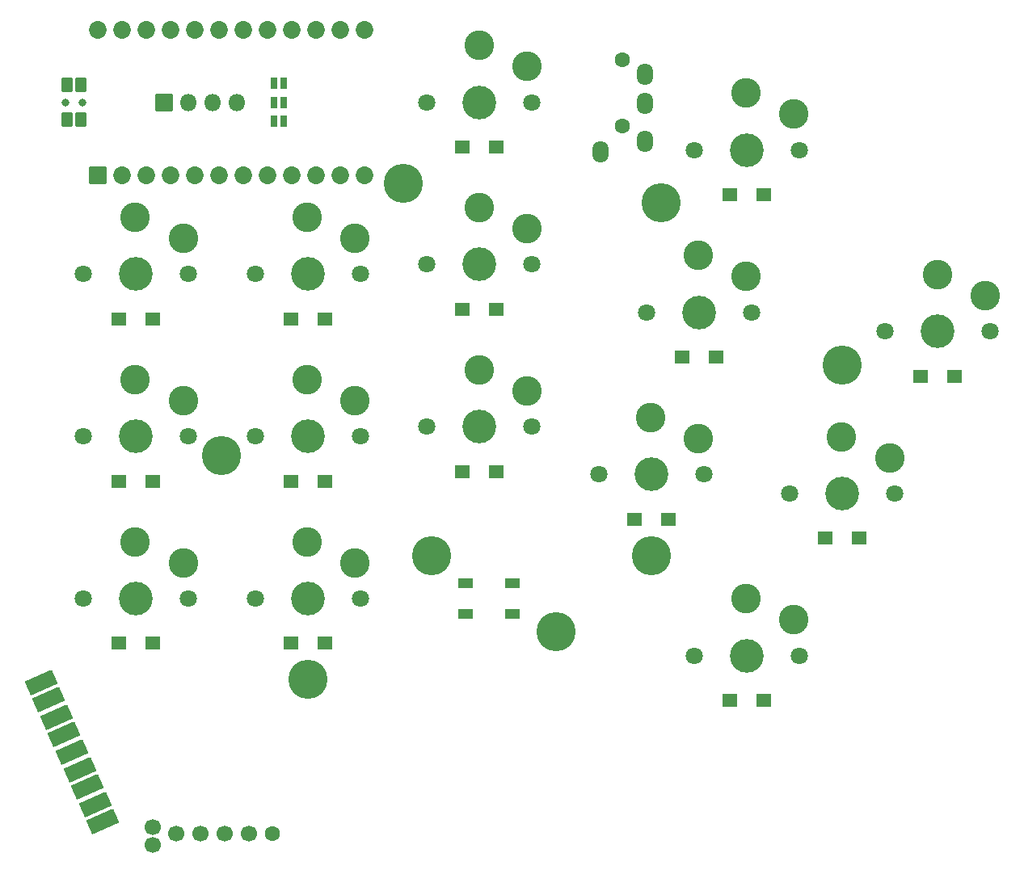
<source format=gbr>
%TF.GenerationSoftware,KiCad,Pcbnew,(6.0.7)*%
%TF.CreationDate,2022-09-08T03:04:32-04:00*%
%TF.ProjectId,right_main_routed,72696768-745f-46d6-9169-6e5f726f7574,v1.0.0*%
%TF.SameCoordinates,Original*%
%TF.FileFunction,Soldermask,Top*%
%TF.FilePolarity,Negative*%
%FSLAX46Y46*%
G04 Gerber Fmt 4.6, Leading zero omitted, Abs format (unit mm)*
G04 Created by KiCad (PCBNEW (6.0.7)) date 2022-09-08 03:04:32*
%MOMM*%
%LPD*%
G01*
G04 APERTURE LIST*
G04 Aperture macros list*
%AMRoundRect*
0 Rectangle with rounded corners*
0 $1 Rounding radius*
0 $2 $3 $4 $5 $6 $7 $8 $9 X,Y pos of 4 corners*
0 Add a 4 corners polygon primitive as box body*
4,1,4,$2,$3,$4,$5,$6,$7,$8,$9,$2,$3,0*
0 Add four circle primitives for the rounded corners*
1,1,$1+$1,$2,$3*
1,1,$1+$1,$4,$5*
1,1,$1+$1,$6,$7*
1,1,$1+$1,$8,$9*
0 Add four rect primitives between the rounded corners*
20,1,$1+$1,$2,$3,$4,$5,0*
20,1,$1+$1,$4,$5,$6,$7,0*
20,1,$1+$1,$6,$7,$8,$9,0*
20,1,$1+$1,$8,$9,$2,$3,0*%
G04 Aperture macros list end*
%ADD10C,1.600000*%
%ADD11O,1.700000X2.300000*%
%ADD12RoundRect,0.050000X-0.700000X-0.650000X0.700000X-0.650000X0.700000X0.650000X-0.700000X0.650000X0*%
%ADD13C,0.600000*%
%ADD14C,4.100000*%
%ADD15C,1.801800*%
%ADD16C,3.100000*%
%ADD17C,3.529000*%
%ADD18RoundRect,0.050000X1.066113X1.294566X-1.675321X0.076151X-1.066113X-1.294566X1.675321X-0.076151X0*%
%ADD19RoundRect,0.050000X-0.317500X-0.571500X0.317500X-0.571500X0.317500X0.571500X-0.317500X0.571500X0*%
%ADD20C,0.800000*%
%ADD21RoundRect,0.050000X-0.525000X0.700000X-0.525000X-0.700000X0.525000X-0.700000X0.525000X0.700000X0*%
%ADD22RoundRect,0.050000X0.850000X-0.850000X0.850000X0.850000X-0.850000X0.850000X-0.850000X-0.850000X0*%
%ADD23O,1.800000X1.800000*%
%ADD24C,1.700000*%
%ADD25RoundRect,0.050000X-0.876300X-0.876300X0.876300X-0.876300X0.876300X0.876300X-0.876300X0.876300X0*%
%ADD26C,1.852600*%
%ADD27RoundRect,0.050000X0.750000X0.500000X-0.750000X0.500000X-0.750000X-0.500000X0.750000X-0.500000X0*%
G04 APERTURE END LIST*
D10*
%TO.C,J1*%
X69000000Y56500000D03*
X69000000Y49500000D03*
D11*
X66700000Y46800000D03*
X71300000Y47900000D03*
X71300000Y51900000D03*
X71300000Y54900000D03*
%TD*%
D12*
%TO.C,D6*%
X37775000Y29300000D03*
X34225000Y29300000D03*
%TD*%
D13*
%TO.C,H1*%
X27000000Y13500000D03*
X25500000Y15000000D03*
X27000000Y16500000D03*
X28060000Y16060000D03*
X28060000Y13940000D03*
X25940000Y13940000D03*
X28500000Y15000000D03*
X25940000Y16060000D03*
D14*
X27000000Y15000000D03*
%TD*%
D15*
%TO.C,SW3*%
X23500000Y34000000D03*
D16*
X22950000Y37750000D03*
D17*
X18000000Y34000000D03*
D16*
X17950000Y39950000D03*
D15*
X12500000Y34000000D03*
%TD*%
D16*
%TO.C,SW10*%
X76950000Y16750000D03*
D15*
X77500000Y13000000D03*
X66500000Y13000000D03*
D16*
X71950000Y18950000D03*
D17*
X72000000Y13000000D03*
%TD*%
D16*
%TO.C,SW13*%
X86950000Y-2250000D03*
D17*
X82000000Y-6000000D03*
D16*
X81950000Y-50000D03*
D15*
X87500000Y-6000000D03*
X76500000Y-6000000D03*
%TD*%
D18*
%TO.C,J14*%
X8053131Y-8784529D03*
X8865408Y-10612152D03*
X9677685Y-12439775D03*
X10489962Y-14267398D03*
X11302239Y-16095021D03*
X12114516Y-17922644D03*
X12926793Y-19750267D03*
X13739070Y-21577890D03*
X14551347Y-23405513D03*
%TD*%
D17*
%TO.C,SW8*%
X54000000Y35000000D03*
D16*
X53950000Y40950000D03*
X58950000Y38750000D03*
D15*
X59500000Y35000000D03*
X48500000Y35000000D03*
%TD*%
D12*
%TO.C,D2*%
X19775000Y12300000D03*
X16225000Y12300000D03*
%TD*%
%TO.C,D10*%
X73775000Y8300000D03*
X70225000Y8300000D03*
%TD*%
%TO.C,D11*%
X78775000Y25300000D03*
X75225000Y25300000D03*
%TD*%
%TO.C,D9*%
X55775000Y47300000D03*
X52225000Y47300000D03*
%TD*%
D19*
%TO.C,J7*%
X32499620Y50000000D03*
X33500380Y50000000D03*
%TD*%
D12*
%TO.C,D5*%
X37775000Y12300000D03*
X34225000Y12300000D03*
%TD*%
D16*
%TO.C,SW12*%
X81950000Y52950000D03*
D15*
X76500000Y47000000D03*
D16*
X86950000Y50750000D03*
D15*
X87500000Y47000000D03*
D17*
X82000000Y47000000D03*
%TD*%
D13*
%TO.C,H13*%
X47500000Y4500000D03*
D14*
X49000000Y4500000D03*
D13*
X49000000Y3000000D03*
X49000000Y6000000D03*
X47940000Y5560000D03*
X50060000Y3440000D03*
X50500000Y4500000D03*
X50060000Y5560000D03*
X47940000Y3440000D03*
%TD*%
D20*
%TO.C,RST1*%
X12400000Y52000000D03*
X10600000Y52000000D03*
D21*
X12220000Y50200000D03*
X12220000Y53800000D03*
X10780000Y50200000D03*
X10780000Y53800000D03*
%TD*%
D12*
%TO.C,D3*%
X19775000Y29300000D03*
X16225000Y29300000D03*
%TD*%
%TO.C,D4*%
X37775000Y-4700000D03*
X34225000Y-4700000D03*
%TD*%
D19*
%TO.C,J5*%
X32499620Y54000000D03*
X33500380Y54000000D03*
%TD*%
D13*
%TO.C,H7*%
X93060000Y23440000D03*
D14*
X92000000Y24500000D03*
D13*
X92000000Y26000000D03*
X90500000Y24500000D03*
X93060000Y25560000D03*
X90940000Y25560000D03*
X93500000Y24500000D03*
X92000000Y23000000D03*
X90940000Y23440000D03*
%TD*%
D16*
%TO.C,SW2*%
X17950000Y22950000D03*
D15*
X12500000Y17000000D03*
D16*
X22950000Y20750000D03*
D17*
X18000000Y17000000D03*
D15*
X23500000Y17000000D03*
%TD*%
D12*
%TO.C,D13*%
X83775000Y-10700000D03*
X80225000Y-10700000D03*
%TD*%
%TO.C,D7*%
X55775000Y13300000D03*
X52225000Y13300000D03*
%TD*%
%TO.C,D8*%
X55775000Y30300000D03*
X52225000Y30300000D03*
%TD*%
D14*
%TO.C,H3*%
X46000000Y43500000D03*
D13*
X46000000Y42000000D03*
X47500000Y43500000D03*
X44940000Y44560000D03*
X44940000Y42440000D03*
X44500000Y43500000D03*
X46000000Y45000000D03*
X47060000Y42440000D03*
X47060000Y44560000D03*
%TD*%
D12*
%TO.C,D12*%
X83775000Y42300000D03*
X80225000Y42300000D03*
%TD*%
%TO.C,D15*%
X103775000Y23300000D03*
X100225000Y23300000D03*
%TD*%
D22*
%TO.C,J3*%
X21000000Y52000000D03*
D23*
X23540000Y52000000D03*
X26080000Y52000000D03*
X28620000Y52000000D03*
%TD*%
D16*
%TO.C,SW14*%
X91950000Y16950000D03*
D17*
X92000000Y11000000D03*
D15*
X97500000Y11000000D03*
X86500000Y11000000D03*
D16*
X96950000Y14750000D03*
%TD*%
D10*
%TO.C,S1*%
X32300000Y-24625000D03*
D24*
X22190000Y-24625000D03*
X24730000Y-24625000D03*
X27270000Y-24625000D03*
X29810000Y-24625000D03*
X19800000Y-25850000D03*
X19800000Y-24000000D03*
%TD*%
D12*
%TO.C,D1*%
X19775000Y-4700000D03*
X16225000Y-4700000D03*
%TD*%
D13*
%TO.C,H11*%
X37060000Y-9560000D03*
X36000000Y-10000000D03*
X37060000Y-7440000D03*
X34500000Y-8500000D03*
X36000000Y-7000000D03*
X37500000Y-8500000D03*
D14*
X36000000Y-8500000D03*
D13*
X34940000Y-9560000D03*
X34940000Y-7440000D03*
%TD*%
D15*
%TO.C,SW5*%
X41500000Y17000000D03*
D17*
X36000000Y17000000D03*
D16*
X40950000Y20750000D03*
X35950000Y22950000D03*
D15*
X30500000Y17000000D03*
%TD*%
D16*
%TO.C,SW9*%
X53950000Y57950000D03*
X58950000Y55750000D03*
D15*
X48500000Y52000000D03*
X59500000Y52000000D03*
D17*
X54000000Y52000000D03*
%TD*%
D19*
%TO.C,J6*%
X32499620Y52000000D03*
X33500380Y52000000D03*
%TD*%
D25*
%TO.C,U1*%
X14030000Y44380000D03*
D26*
X16570000Y44380000D03*
X19110000Y44380000D03*
X21650000Y44380000D03*
X24190000Y44380000D03*
X26730000Y44380000D03*
X29270000Y44380000D03*
X31810000Y44380000D03*
X34350000Y44380000D03*
X36890000Y44380000D03*
X39430000Y44380000D03*
X41970000Y44380000D03*
X14030000Y59620000D03*
X16570000Y59620000D03*
X19110000Y59620000D03*
X21650000Y59620000D03*
X24190000Y59620000D03*
X26730000Y59620000D03*
X29270000Y59620000D03*
X31810000Y59620000D03*
X34350000Y59620000D03*
X36890000Y59620000D03*
X39430000Y59620000D03*
X41970000Y59620000D03*
%TD*%
D17*
%TO.C,SW15*%
X102000000Y28000000D03*
D16*
X106950000Y31750000D03*
D15*
X107500000Y28000000D03*
D16*
X101950000Y33950000D03*
D15*
X96500000Y28000000D03*
%TD*%
%TO.C,SW6*%
X41500000Y34000000D03*
D17*
X36000000Y34000000D03*
D16*
X40950000Y37750000D03*
D15*
X30500000Y34000000D03*
D16*
X35950000Y39950000D03*
%TD*%
D15*
%TO.C,SW7*%
X48500000Y18000000D03*
D17*
X54000000Y18000000D03*
D16*
X53950000Y23950000D03*
D15*
X59500000Y18000000D03*
D16*
X58950000Y21750000D03*
%TD*%
D12*
%TO.C,D14*%
X93775000Y6300000D03*
X90225000Y6300000D03*
%TD*%
D27*
%TO.C,DS4*%
X57450000Y-1600000D03*
X57450000Y1600000D03*
X52550000Y1600000D03*
X52550000Y-1600000D03*
%TD*%
D13*
%TO.C,H5*%
X71500000Y41500000D03*
X74060000Y42560000D03*
X73000000Y40000000D03*
X71940000Y42560000D03*
X73000000Y43000000D03*
X71940000Y40440000D03*
X74500000Y41500000D03*
X74060000Y40440000D03*
D14*
X73000000Y41500000D03*
%TD*%
D16*
%TO.C,SW4*%
X35950000Y5950000D03*
D15*
X41500000Y0D03*
D17*
X36000000Y0D03*
D15*
X30500000Y0D03*
D16*
X40950000Y3750000D03*
%TD*%
D14*
%TO.C,H15*%
X62000000Y-3500000D03*
D13*
X62000000Y-5000000D03*
X60940000Y-2440000D03*
X62000000Y-2000000D03*
X63500000Y-3500000D03*
X63060000Y-4560000D03*
X60940000Y-4560000D03*
X63060000Y-2440000D03*
X60500000Y-3500000D03*
%TD*%
D16*
%TO.C,SW1*%
X17950000Y5950000D03*
D15*
X12500000Y0D03*
X23500000Y0D03*
D16*
X22950000Y3750000D03*
D17*
X18000000Y0D03*
%TD*%
D16*
%TO.C,SW11*%
X76950000Y35950000D03*
D15*
X71500000Y30000000D03*
X82500000Y30000000D03*
D16*
X81950000Y33750000D03*
D17*
X77000000Y30000000D03*
%TD*%
D13*
%TO.C,H9*%
X73500000Y4500000D03*
X70500000Y4500000D03*
X73060000Y3440000D03*
X72000000Y6000000D03*
X72000000Y3000000D03*
D14*
X72000000Y4500000D03*
D13*
X73060000Y5560000D03*
X70940000Y3440000D03*
X70940000Y5560000D03*
%TD*%
M02*

</source>
